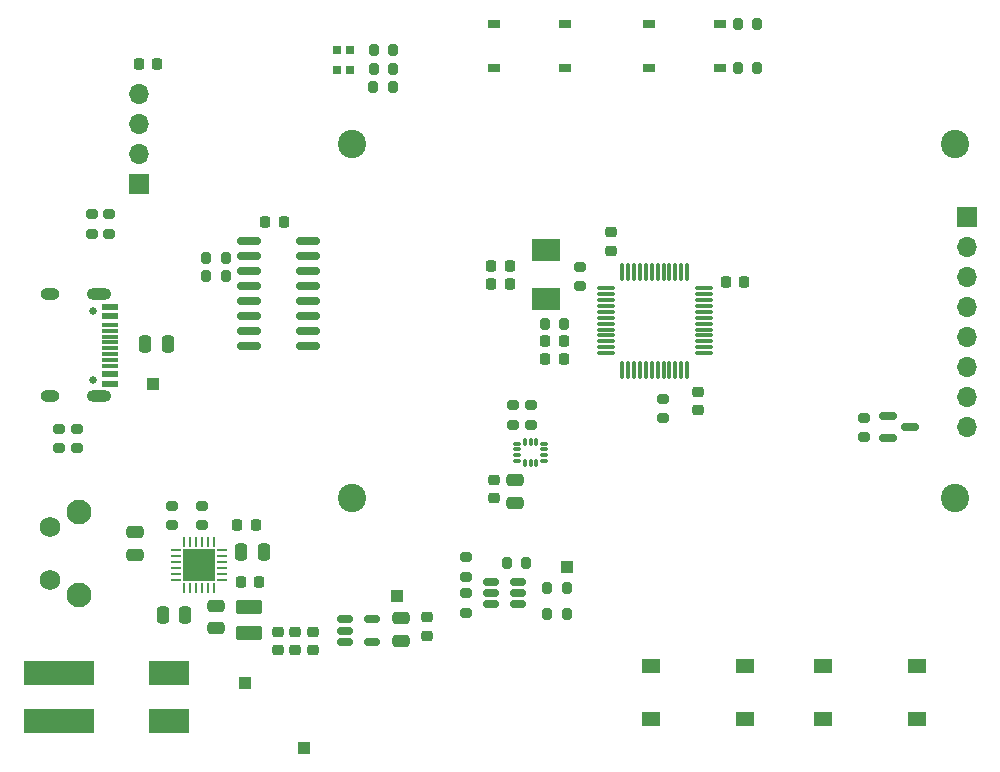
<source format=gbr>
%TF.GenerationSoftware,KiCad,Pcbnew,8.0.8-8.0.8-0~ubuntu24.04.1*%
%TF.CreationDate,2025-01-24T14:48:35+01:00*%
%TF.ProjectId,leany,6c65616e-792e-46b6-9963-61645f706362,rev?*%
%TF.SameCoordinates,Original*%
%TF.FileFunction,Soldermask,Top*%
%TF.FilePolarity,Negative*%
%FSLAX46Y46*%
G04 Gerber Fmt 4.6, Leading zero omitted, Abs format (unit mm)*
G04 Created by KiCad (PCBNEW 8.0.8-8.0.8-0~ubuntu24.04.1) date 2025-01-24 14:48:35*
%MOMM*%
%LPD*%
G01*
G04 APERTURE LIST*
G04 Aperture macros list*
%AMRoundRect*
0 Rectangle with rounded corners*
0 $1 Rounding radius*
0 $2 $3 $4 $5 $6 $7 $8 $9 X,Y pos of 4 corners*
0 Add a 4 corners polygon primitive as box body*
4,1,4,$2,$3,$4,$5,$6,$7,$8,$9,$2,$3,0*
0 Add four circle primitives for the rounded corners*
1,1,$1+$1,$2,$3*
1,1,$1+$1,$4,$5*
1,1,$1+$1,$6,$7*
1,1,$1+$1,$8,$9*
0 Add four rect primitives between the rounded corners*
20,1,$1+$1,$2,$3,$4,$5,0*
20,1,$1+$1,$4,$5,$6,$7,0*
20,1,$1+$1,$6,$7,$8,$9,0*
20,1,$1+$1,$8,$9,$2,$3,0*%
G04 Aperture macros list end*
%ADD10R,6.000001X2.000000*%
%ADD11R,3.500001X2.000000*%
%ADD12R,1.000000X1.000000*%
%ADD13RoundRect,0.250000X-0.250000X-0.475000X0.250000X-0.475000X0.250000X0.475000X-0.250000X0.475000X0*%
%ADD14RoundRect,0.200000X-0.200000X-0.275000X0.200000X-0.275000X0.200000X0.275000X-0.200000X0.275000X0*%
%ADD15RoundRect,0.225000X-0.225000X-0.250000X0.225000X-0.250000X0.225000X0.250000X-0.225000X0.250000X0*%
%ADD16C,2.100000*%
%ADD17C,1.750000*%
%ADD18RoundRect,0.200000X0.275000X-0.200000X0.275000X0.200000X-0.275000X0.200000X-0.275000X-0.200000X0*%
%ADD19RoundRect,0.087500X-0.225000X-0.087500X0.225000X-0.087500X0.225000X0.087500X-0.225000X0.087500X0*%
%ADD20RoundRect,0.087500X-0.087500X-0.225000X0.087500X-0.225000X0.087500X0.225000X-0.087500X0.225000X0*%
%ADD21RoundRect,0.150000X-0.587500X-0.150000X0.587500X-0.150000X0.587500X0.150000X-0.587500X0.150000X0*%
%ADD22R,1.000000X0.750000*%
%ADD23RoundRect,0.250000X-0.850000X0.375000X-0.850000X-0.375000X0.850000X-0.375000X0.850000X0.375000X0*%
%ADD24RoundRect,0.200000X-0.275000X0.200000X-0.275000X-0.200000X0.275000X-0.200000X0.275000X0.200000X0*%
%ADD25RoundRect,0.200000X0.200000X0.275000X-0.200000X0.275000X-0.200000X-0.275000X0.200000X-0.275000X0*%
%ADD26R,2.400000X1.900000*%
%ADD27RoundRect,0.225000X-0.250000X0.225000X-0.250000X-0.225000X0.250000X-0.225000X0.250000X0.225000X0*%
%ADD28RoundRect,0.150000X-0.512500X-0.150000X0.512500X-0.150000X0.512500X0.150000X-0.512500X0.150000X0*%
%ADD29R,1.550000X1.300000*%
%ADD30RoundRect,0.250000X0.475000X-0.250000X0.475000X0.250000X-0.475000X0.250000X-0.475000X-0.250000X0*%
%ADD31R,1.700000X1.700000*%
%ADD32O,1.700000X1.700000*%
%ADD33RoundRect,0.250000X-0.475000X0.250000X-0.475000X-0.250000X0.475000X-0.250000X0.475000X0.250000X0*%
%ADD34RoundRect,0.062500X-0.062500X0.350000X-0.062500X-0.350000X0.062500X-0.350000X0.062500X0.350000X0*%
%ADD35RoundRect,0.062500X-0.350000X0.062500X-0.350000X-0.062500X0.350000X-0.062500X0.350000X0.062500X0*%
%ADD36R,2.700000X2.700000*%
%ADD37RoundRect,0.225000X0.225000X0.250000X-0.225000X0.250000X-0.225000X-0.250000X0.225000X-0.250000X0*%
%ADD38R,0.700000X0.800000*%
%ADD39C,2.400000*%
%ADD40C,0.650000*%
%ADD41R,1.450000X0.600000*%
%ADD42R,1.450000X0.300000*%
%ADD43O,2.100000X1.000000*%
%ADD44O,1.600000X1.000000*%
%ADD45RoundRect,0.075000X-0.662500X-0.075000X0.662500X-0.075000X0.662500X0.075000X-0.662500X0.075000X0*%
%ADD46RoundRect,0.075000X-0.075000X-0.662500X0.075000X-0.662500X0.075000X0.662500X-0.075000X0.662500X0*%
%ADD47RoundRect,0.250000X0.250000X0.475000X-0.250000X0.475000X-0.250000X-0.475000X0.250000X-0.475000X0*%
%ADD48RoundRect,0.225000X0.250000X-0.225000X0.250000X0.225000X-0.250000X0.225000X-0.250000X-0.225000X0*%
%ADD49RoundRect,0.150000X-0.825000X-0.150000X0.825000X-0.150000X0.825000X0.150000X-0.825000X0.150000X0*%
G04 APERTURE END LIST*
D10*
%TO.C,J4*%
X99900000Y-130099998D03*
D11*
X109150000Y-130099998D03*
D10*
X99900000Y-134100000D03*
D11*
X109150000Y-134100000D03*
%TD*%
D12*
%TO.C,TP1*%
X115650000Y-130900000D03*
%TD*%
D13*
%TO.C,C14*%
X107200000Y-102187500D03*
X109100000Y-102187500D03*
%TD*%
D14*
%TO.C,R23*%
X141200000Y-122850000D03*
X142850000Y-122850000D03*
%TD*%
D15*
%TO.C,C10*%
X136475000Y-97100000D03*
X138025000Y-97100000D03*
%TD*%
D16*
%TO.C,SW5*%
X101600000Y-123437500D03*
X101600000Y-116427500D03*
D17*
X99110000Y-122187500D03*
X99110000Y-117687500D03*
%TD*%
D18*
%TO.C,R8*%
X151000000Y-108500000D03*
X151000000Y-106850000D03*
%TD*%
D19*
%TO.C,U1*%
X138637500Y-110650000D03*
X138637500Y-111150000D03*
X138637500Y-111650000D03*
X138637500Y-112150000D03*
D20*
X139300000Y-112312500D03*
X139800000Y-112312500D03*
X140300000Y-112312500D03*
D19*
X140962500Y-112150000D03*
X140962500Y-111650000D03*
X140962500Y-111150000D03*
X140962500Y-110650000D03*
D20*
X140300000Y-110487500D03*
X139800000Y-110487500D03*
X139300000Y-110487500D03*
%TD*%
D21*
%TO.C,Q1*%
X170037500Y-108300000D03*
X170037500Y-110200000D03*
X171912500Y-109250000D03*
%TD*%
D22*
%TO.C,SW2*%
X149850000Y-75100000D03*
X155850000Y-75100000D03*
X149850000Y-78850000D03*
X155850000Y-78850000D03*
%TD*%
D14*
%TO.C,R12*%
X157325000Y-78850000D03*
X158975000Y-78850000D03*
%TD*%
D23*
%TO.C,L1*%
X115950000Y-124525000D03*
X115950000Y-126675000D03*
%TD*%
D24*
%TO.C,R2*%
X138300000Y-107400000D03*
X138300000Y-109050000D03*
%TD*%
D12*
%TO.C,TP3*%
X128475000Y-123550000D03*
%TD*%
D25*
%TO.C,R22*%
X142850000Y-125050000D03*
X141200000Y-125050000D03*
%TD*%
D26*
%TO.C,Y1*%
X141100000Y-98400000D03*
X141100000Y-94300000D03*
%TD*%
D27*
%TO.C,C16*%
X118400000Y-126612500D03*
X118400000Y-128162500D03*
%TD*%
D28*
%TO.C,Q2*%
X136450000Y-122350000D03*
X136450000Y-123300000D03*
X136450000Y-124250000D03*
X138725000Y-124250000D03*
X138725000Y-123300000D03*
X138725000Y-122350000D03*
%TD*%
D29*
%TO.C,SW3*%
X150025000Y-129500000D03*
X157975000Y-129500000D03*
X150025000Y-134000000D03*
X157975000Y-134000000D03*
%TD*%
D12*
%TO.C,TP2*%
X107850000Y-105600000D03*
%TD*%
D14*
%TO.C,R15*%
X126525000Y-78900000D03*
X128175000Y-78900000D03*
%TD*%
D15*
%TO.C,C9*%
X136475000Y-95600000D03*
X138025000Y-95600000D03*
%TD*%
D14*
%TO.C,R21*%
X137775000Y-120750000D03*
X139425000Y-120750000D03*
%TD*%
D24*
%TO.C,R6*%
X143950000Y-95675000D03*
X143950000Y-97325000D03*
%TD*%
D30*
%TO.C,C13*%
X113200000Y-126300000D03*
X113200000Y-124400000D03*
%TD*%
D13*
%TO.C,C22*%
X115300000Y-119800000D03*
X117200000Y-119800000D03*
%TD*%
D29*
%TO.C,SW4*%
X172500000Y-134000000D03*
X164550000Y-134000000D03*
X172500000Y-129500000D03*
X164550000Y-129500000D03*
%TD*%
D22*
%TO.C,SW1*%
X136700000Y-75100000D03*
X142700000Y-75100000D03*
X136700000Y-78850000D03*
X142700000Y-78850000D03*
%TD*%
D15*
%TO.C,C3*%
X106650000Y-78550000D03*
X108200000Y-78550000D03*
%TD*%
D28*
%TO.C,U4*%
X124075000Y-125537500D03*
X124075000Y-126487500D03*
X124075000Y-127437500D03*
X126350000Y-127437500D03*
X126350000Y-125537500D03*
%TD*%
D31*
%TO.C,J1*%
X106625000Y-88700000D03*
D32*
X106625000Y-86160000D03*
X106625000Y-83620000D03*
X106625000Y-81080000D03*
%TD*%
D33*
%TO.C,C20*%
X128850000Y-125450000D03*
X128850000Y-127350000D03*
%TD*%
D34*
%TO.C,U5*%
X113000000Y-118987500D03*
X112500000Y-118987500D03*
X112000000Y-118987500D03*
X111500000Y-118987500D03*
X111000000Y-118987500D03*
X110500000Y-118987500D03*
D35*
X109787500Y-119700000D03*
X109787500Y-120200000D03*
X109787500Y-120700000D03*
X109787500Y-121200000D03*
X109787500Y-121700000D03*
X109787500Y-122200000D03*
D34*
X110500000Y-122912500D03*
X111000000Y-122912500D03*
X111500000Y-122912500D03*
X112000000Y-122912500D03*
X112500000Y-122912500D03*
X113000000Y-122912500D03*
D35*
X113712500Y-122200000D03*
X113712500Y-121700000D03*
X113712500Y-121200000D03*
X113712500Y-120700000D03*
X113712500Y-120200000D03*
X113712500Y-119700000D03*
D36*
X111750000Y-120950000D03*
%TD*%
D14*
%TO.C,R14*%
X126475000Y-80450000D03*
X128125000Y-80450000D03*
%TD*%
D15*
%TO.C,C5*%
X156325000Y-96950000D03*
X157875000Y-96950000D03*
%TD*%
D14*
%TO.C,R11*%
X112325000Y-96450000D03*
X113975000Y-96450000D03*
%TD*%
D15*
%TO.C,C12*%
X115275000Y-122350000D03*
X116825000Y-122350000D03*
%TD*%
D24*
%TO.C,R17*%
X101400000Y-109375000D03*
X101400000Y-111025000D03*
%TD*%
D15*
%TO.C,C15*%
X114975000Y-117550000D03*
X116525000Y-117550000D03*
%TD*%
D37*
%TO.C,C11*%
X118900000Y-91900000D03*
X117350000Y-91900000D03*
%TD*%
D25*
%TO.C,R9*%
X158975000Y-75100000D03*
X157325000Y-75100000D03*
%TD*%
D14*
%TO.C,R13*%
X126525000Y-77300000D03*
X128175000Y-77300000D03*
%TD*%
D18*
%TO.C,R20*%
X134300000Y-124975000D03*
X134300000Y-123325000D03*
%TD*%
D27*
%TO.C,C2*%
X136750000Y-113725000D03*
X136750000Y-115275000D03*
%TD*%
D24*
%TO.C,R3*%
X102650000Y-91225000D03*
X102650000Y-92875000D03*
%TD*%
D18*
%TO.C,R24*%
X134300000Y-121925000D03*
X134300000Y-120275000D03*
%TD*%
D27*
%TO.C,C18*%
X121400000Y-126612500D03*
X121400000Y-128162500D03*
%TD*%
D24*
%TO.C,R4*%
X104150000Y-91225000D03*
X104150000Y-92875000D03*
%TD*%
D38*
%TO.C,D1*%
X124500000Y-77300000D03*
X124500000Y-79000000D03*
X123400000Y-77300000D03*
X123400000Y-79000000D03*
%TD*%
D39*
%TO.C,J2*%
X124725000Y-85250000D03*
X124725000Y-115250000D03*
X175725000Y-85250000D03*
X175725000Y-115250000D03*
D31*
X176725000Y-91450000D03*
D32*
X176725000Y-93990000D03*
X176725000Y-96530000D03*
X176725000Y-99070000D03*
X176725000Y-101610000D03*
X176725000Y-104150000D03*
X176725000Y-106690000D03*
X176725000Y-109230000D03*
%TD*%
D27*
%TO.C,C19*%
X131000000Y-125375000D03*
X131000000Y-126925000D03*
%TD*%
%TO.C,C17*%
X119900000Y-126612500D03*
X119900000Y-128162500D03*
%TD*%
D12*
%TO.C,TP4*%
X120600000Y-136400000D03*
%TD*%
D33*
%TO.C,C1*%
X138500000Y-113750000D03*
X138500000Y-115650000D03*
%TD*%
D15*
%TO.C,C8*%
X141050000Y-102000000D03*
X142600000Y-102000000D03*
%TD*%
D37*
%TO.C,C6*%
X142600000Y-103500000D03*
X141050000Y-103500000D03*
%TD*%
D14*
%TO.C,R5*%
X141000000Y-100500000D03*
X142650000Y-100500000D03*
%TD*%
D18*
%TO.C,R18*%
X109450000Y-117575000D03*
X109450000Y-115925000D03*
%TD*%
D24*
%TO.C,R16*%
X99900000Y-109375000D03*
X99900000Y-111025000D03*
%TD*%
D30*
%TO.C,C23*%
X106300000Y-120050000D03*
X106300000Y-118150000D03*
%TD*%
D27*
%TO.C,C4*%
X154000000Y-106300000D03*
X154000000Y-107850000D03*
%TD*%
D24*
%TO.C,R7*%
X168012500Y-108475000D03*
X168012500Y-110125000D03*
%TD*%
D18*
%TO.C,R19*%
X111950000Y-117575000D03*
X111950000Y-115925000D03*
%TD*%
D40*
%TO.C,J3*%
X102750000Y-99447500D03*
X102750000Y-105227500D03*
D41*
X104195000Y-99087500D03*
X104195000Y-99887500D03*
D42*
X104195000Y-101087500D03*
X104195000Y-102087500D03*
X104195000Y-102587500D03*
X104195000Y-103587500D03*
D41*
X104195000Y-104787500D03*
X104195000Y-105587500D03*
X104195000Y-105587500D03*
X104195000Y-104787500D03*
D42*
X104195000Y-104087500D03*
X104195000Y-103087500D03*
X104195000Y-101587500D03*
X104195000Y-100587500D03*
D41*
X104195000Y-99887500D03*
X104195000Y-99087500D03*
D43*
X103280000Y-98017500D03*
D44*
X99100000Y-98017500D03*
D43*
X103280000Y-106657500D03*
D44*
X99100000Y-106657500D03*
%TD*%
D45*
%TO.C,U2*%
X146150000Y-97500000D03*
X146150000Y-98000000D03*
X146150000Y-98500000D03*
X146150000Y-99000000D03*
X146150000Y-99500000D03*
X146150000Y-100000000D03*
X146150000Y-100500000D03*
X146150000Y-101000000D03*
X146150000Y-101500000D03*
X146150000Y-102000000D03*
X146150000Y-102500000D03*
X146150000Y-103000000D03*
D46*
X147562500Y-104412500D03*
X148062500Y-104412500D03*
X148562500Y-104412500D03*
X149062500Y-104412500D03*
X149562500Y-104412500D03*
X150062500Y-104412500D03*
X150562500Y-104412500D03*
X151062500Y-104412500D03*
X151562500Y-104412500D03*
X152062500Y-104412500D03*
X152562500Y-104412500D03*
X153062500Y-104412500D03*
D45*
X154475000Y-103000000D03*
X154475000Y-102500000D03*
X154475000Y-102000000D03*
X154475000Y-101500000D03*
X154475000Y-101000000D03*
X154475000Y-100500000D03*
X154475000Y-100000000D03*
X154475000Y-99500000D03*
X154475000Y-99000000D03*
X154475000Y-98500000D03*
X154475000Y-98000000D03*
X154475000Y-97500000D03*
D46*
X153062500Y-96087500D03*
X152562500Y-96087500D03*
X152062500Y-96087500D03*
X151562500Y-96087500D03*
X151062500Y-96087500D03*
X150562500Y-96087500D03*
X150062500Y-96087500D03*
X149562500Y-96087500D03*
X149062500Y-96087500D03*
X148562500Y-96087500D03*
X148062500Y-96087500D03*
X147562500Y-96087500D03*
%TD*%
D47*
%TO.C,C21*%
X110550000Y-125200000D03*
X108650000Y-125200000D03*
%TD*%
D12*
%TO.C,TP5*%
X142850000Y-121100000D03*
%TD*%
D48*
%TO.C,C7*%
X146650000Y-94325000D03*
X146650000Y-92775000D03*
%TD*%
D24*
%TO.C,R1*%
X139800000Y-107400000D03*
X139800000Y-109050000D03*
%TD*%
D49*
%TO.C,U3*%
X116000000Y-93500000D03*
X116000000Y-94770000D03*
X116000000Y-96040000D03*
X116000000Y-97310000D03*
X116000000Y-98580000D03*
X116000000Y-99850000D03*
X116000000Y-101120000D03*
X116000000Y-102390000D03*
X120950000Y-102390000D03*
X120950000Y-101120000D03*
X120950000Y-99850000D03*
X120950000Y-98580000D03*
X120950000Y-97310000D03*
X120950000Y-96040000D03*
X120950000Y-94770000D03*
X120950000Y-93500000D03*
%TD*%
D14*
%TO.C,R10*%
X112325000Y-94950000D03*
X113975000Y-94950000D03*
%TD*%
M02*

</source>
